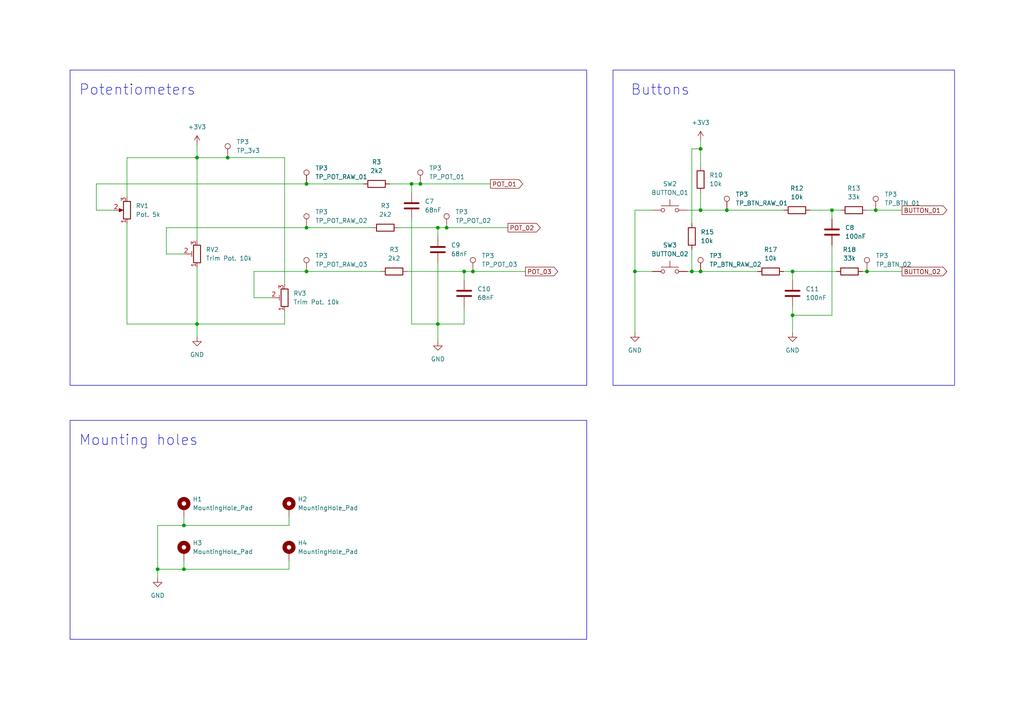
<source format=kicad_sch>
(kicad_sch (version 20230121) (generator eeschema)
  (paper "A4")
  (lib_symbols
    (symbol "Connector:TestPoint" (pin_numbers hide) (pin_names (offset 0.762) hide)
      (property "Reference" "TP" (at 0 6.858 0))
      (property "Value" "TestPoint" (at 0 5.08 0))
      (symbol "TestPoint_0_1"
        (circle (center 0 3.302) (radius 0.762))
      )
      (symbol "TestPoint_1_1"
        (pin passive line (at 0 0 90) (length 2.54) (name "1") (number "1"))
      )
    )
    (symbol "Device:C" (pin_numbers hide) (pin_names (offset 0.254))
      (property "Reference" "C" (at 0.635 2.54 0))
      (property "Value" "C" (at 0.635 -2.54 0))
      (symbol "C_0_1"
        (polyline (pts (xy -2.032 -0.762) (xy 2.032 -0.762)) (stroke (width 0.508)))
        (polyline (pts (xy -2.032 0.762) (xy 2.032 0.762)) (stroke (width 0.508)))
      )
      (symbol "C_1_1"
        (pin passive line (at 0 3.81 270) (length 2.794) (name "~") (number "1"))
        (pin passive line (at 0 -3.81 90) (length 2.794) (name "~") (number "2"))
      )
    )
    (symbol "Device:R" (pin_numbers hide) (pin_names (offset 0))
      (property "Reference" "R" (at 2.032 0 90))
      (property "Value" "R" (at 0 0 90))
      (symbol "R_0_1"
        (rectangle (start -1.016 -2.54) (end 1.016 2.54) (stroke (width 0.254)))
      )
      (symbol "R_1_1"
        (pin passive line (at 0 3.81 270) (length 1.27) (name "~") (number "1"))
        (pin passive line (at 0 -3.81 90) (length 1.27) (name "~") (number "2"))
      )
    )
    (symbol "Device:R_Potentiometer" (pin_names (offset 1.016) hide)
      (property "Reference" "RV" (at -4.445 0 90))
      (property "Value" "R_Potentiometer" (at -2.54 0 90))
      (symbol "R_Potentiometer_0_1"
        (polyline (pts (xy 2.54 0) (xy 1.524 0)))
        (polyline (pts (xy 1.143 0) (xy 2.286 0.508) (xy 2.286 -0.508) (xy 1.143 0)) (fill (type outline)))
        (rectangle (start 1.016 2.54) (end -1.016 -2.54) (stroke (width 0.254)))
      )
      (symbol "R_Potentiometer_1_1"
        (pin passive line (at 0 3.81 270) (length 1.27) (name "1") (number "1"))
        (pin passive line (at 3.81 0 180) (length 1.27) (name "2") (number "2"))
        (pin passive line (at 0 -3.81 90) (length 1.27) (name "3") (number "3"))
      )
    )
    (symbol "Device:R_Potentiometer_Trim" (pin_names (offset 1.016) hide)
      (property "Reference" "RV" (at -4.445 0 90))
      (property "Value" "R_Potentiometer_Trim" (at -2.54 0 90))
      (symbol "R_Potentiometer_Trim_0_1"
        (polyline (pts (xy 1.524 0.762) (xy 1.524 -0.762)))
        (polyline (pts (xy 2.54 0) (xy 1.524 0)))
        (rectangle (start 1.016 2.54) (end -1.016 -2.54) (stroke (width 0.254)))
      )
      (symbol "R_Potentiometer_Trim_1_1"
        (pin passive line (at 0 3.81 270) (length 1.27) (name "1") (number "1"))
        (pin passive line (at 3.81 0 180) (length 1.27) (name "2") (number "2"))
        (pin passive line (at 0 -3.81 90) (length 1.27) (name "3") (number "3"))
      )
    )
    (symbol "Mechanical:MountingHole_Pad" (pin_numbers hide) (pin_names (offset 1.016) hide)
      (property "Reference" "H" (at 0 6.35 0))
      (property "Value" "MountingHole_Pad" (at 0 4.445 0))
      (symbol "MountingHole_Pad_0_1"
        (circle (center 0 1.27) (radius 1.27) (stroke (width 1.27)))
      )
      (symbol "MountingHole_Pad_1_1"
        (pin input line (at 0 -2.54 90) (length 2.54) (name "1") (number "1"))
      )
    )
    (symbol "Switch:SW_Push" (pin_numbers hide) (pin_names (offset 1.016) hide)
      (property "Reference" "SW" (at 1.27 2.54 0))
      (property "Value" "SW_Push" (at 0 -1.524 0))
      (symbol "SW_Push_0_1"
        (circle (center -2.032 0) (radius 0.508))
        (polyline (pts (xy 0 1.27) (xy 0 3.048)))
        (polyline (pts (xy 2.54 1.27) (xy -2.54 1.27)))
        (circle (center 2.032 0) (radius 0.508))
        (pin passive line (at -5.08 0 0) (length 2.54) (name "1") (number "1"))
        (pin passive line (at 5.08 0 180) (length 2.54) (name "2") (number "2"))
      )
    )
    (symbol "power:+3V3" (power) (pin_names (offset 0))
      (property "Value" "+3V3" (at 0 3.556 0))
      (symbol "+3V3_0_1"
        (polyline (pts (xy -0.762 1.27) (xy 0 2.54)))
        (polyline (pts (xy 0 0) (xy 0 2.54)))
        (polyline (pts (xy 0 2.54) (xy 0.762 1.27)))
      )
      (symbol "+3V3_1_1"
        (pin power_in line (at 0 0 90) (length 0) hide (name "+3V3") (number "1"))
      )
    )
    (symbol "power:GND" (power) (pin_names (offset 0))
      (property "Value" "GND" (at 0 -3.81 0))
      (symbol "GND_0_1"
        (polyline (pts (xy 0 0) (xy 0 -1.27) (xy 1.27 -1.27) (xy 0 -2.54) (xy -1.27 -1.27) (xy 0 -1.27)))
      )
      (symbol "GND_1_1"
        (pin power_in line (at 0 0 270) (length 0) hide (name "GND") (number "1"))
      )
    )
  )
  (junction (at 127 93.98))
  (junction (at 203.2 43.18))
  (junction (at 53.34 165.1))
  (junction (at 241.3 60.96))
  (junction (at 45.72 165.1))
  (junction (at 121.92 53.34))
  (junction (at 53.34 152.4))
  (junction (at 229.87 78.74))
  (junction (at 184.15 78.74))
  (junction (at 119.38 53.34))
  (junction (at 203.2 60.96))
  (junction (at 57.15 45.72))
  (junction (at 88.9 66.04))
  (junction (at 88.9 53.34))
  (junction (at 88.9 78.74))
  (junction (at 203.2 78.74))
  (junction (at 127 66.04))
  (junction (at 129.54 66.04))
  (junction (at 254 60.96))
  (junction (at 251.46 78.74))
  (junction (at 210.82 60.96))
  (junction (at 66.04 45.72))
  (junction (at 137.16 78.74))
  (junction (at 57.15 93.98))
  (junction (at 229.87 91.44))
  (junction (at 200.66 78.74))
  (junction (at 134.62 78.74))
  (wire (pts (xy 134.62 93.98) (xy 134.62 88.9)))
  (wire (pts (xy 88.9 78.74) (xy 110.49 78.74)))
  (wire (pts (xy 134.62 78.74) (xy 137.16 78.74)))
  (wire (pts (xy 73.66 78.74) (xy 88.9 78.74)))
  (wire (pts (xy 53.34 73.66) (xy 48.26 73.66)))
  (wire (pts (xy 57.15 41.91) (xy 57.15 45.72)))
  (wire (pts (xy 127 76.2) (xy 127 93.98)))
  (wire (pts (xy 36.83 64.77) (xy 36.83 93.98)))
  (wire (pts (xy 241.3 60.96) (xy 243.84 60.96)))
  (wire (pts (xy 113.03 53.34) (xy 119.38 53.34)))
  (wire (pts (xy 27.94 53.34) (xy 88.9 53.34)))
  (wire (pts (xy 229.87 78.74) (xy 242.57 78.74)))
  (wire (pts (xy 203.2 40.64) (xy 203.2 43.18)))
  (wire (pts (xy 36.83 93.98) (xy 57.15 93.98)))
  (wire (pts (xy 83.82 152.4) (xy 53.34 152.4)))
  (wire (pts (xy 184.15 78.74) (xy 189.23 78.74)))
  (wire (pts (xy 53.34 165.1) (xy 83.82 165.1)))
  (wire (pts (xy 57.15 93.98) (xy 82.55 93.98)))
  (wire (pts (xy 229.87 78.74) (xy 229.87 81.28)))
  (wire (pts (xy 203.2 43.18) (xy 203.2 48.26)))
  (wire (pts (xy 36.83 45.72) (xy 57.15 45.72)))
  (wire (pts (xy 27.94 60.96) (xy 27.94 53.34)))
  (wire (pts (xy 254 60.96) (xy 261.62 60.96)))
  (wire (pts (xy 127 93.98) (xy 134.62 93.98)))
  (wire (pts (xy 200.66 43.18) (xy 200.66 64.77)))
  (wire (pts (xy 234.95 60.96) (xy 241.3 60.96)))
  (wire (pts (xy 184.15 60.96) (xy 189.23 60.96)))
  (wire (pts (xy 121.92 53.34) (xy 142.24 53.34)))
  (wire (pts (xy 127 93.98) (xy 127 99.06)))
  (wire (pts (xy 78.74 86.36) (xy 73.66 86.36)))
  (wire (pts (xy 66.04 45.72) (xy 82.55 45.72)))
  (wire (pts (xy 119.38 93.98) (xy 127 93.98)))
  (wire (pts (xy 200.66 72.39) (xy 200.66 78.74)))
  (wire (pts (xy 200.66 43.18) (xy 203.2 43.18)))
  (wire (pts (xy 184.15 78.74) (xy 184.15 60.96)))
  (wire (pts (xy 45.72 165.1) (xy 53.34 165.1)))
  (wire (pts (xy 83.82 149.86) (xy 83.82 152.4)))
  (wire (pts (xy 57.15 45.72) (xy 66.04 45.72)))
  (wire (pts (xy 88.9 66.04) (xy 107.95 66.04)))
  (wire (pts (xy 57.15 45.72) (xy 57.15 69.85)))
  (wire (pts (xy 203.2 78.74) (xy 219.71 78.74)))
  (wire (pts (xy 57.15 77.47) (xy 57.15 93.98)))
  (wire (pts (xy 203.2 60.96) (xy 210.82 60.96)))
  (wire (pts (xy 134.62 78.74) (xy 134.62 81.28)))
  (wire (pts (xy 48.26 73.66) (xy 48.26 66.04)))
  (wire (pts (xy 83.82 162.56) (xy 83.82 165.1)))
  (wire (pts (xy 73.66 86.36) (xy 73.66 78.74)))
  (wire (pts (xy 184.15 78.74) (xy 184.15 96.52)))
  (wire (pts (xy 82.55 90.17) (xy 82.55 93.98)))
  (wire (pts (xy 82.55 45.72) (xy 82.55 82.55)))
  (wire (pts (xy 36.83 45.72) (xy 36.83 57.15)))
  (wire (pts (xy 45.72 152.4) (xy 45.72 165.1)))
  (wire (pts (xy 210.82 60.96) (xy 227.33 60.96)))
  (wire (pts (xy 203.2 55.88) (xy 203.2 60.96)))
  (wire (pts (xy 127 66.04) (xy 127 68.58)))
  (wire (pts (xy 53.34 152.4) (xy 53.34 149.86)))
  (wire (pts (xy 251.46 78.74) (xy 261.62 78.74)))
  (wire (pts (xy 119.38 53.34) (xy 121.92 53.34)))
  (wire (pts (xy 53.34 165.1) (xy 53.34 162.56)))
  (wire (pts (xy 57.15 93.98) (xy 57.15 97.79)))
  (wire (pts (xy 251.46 60.96) (xy 254 60.96)))
  (wire (pts (xy 45.72 165.1) (xy 45.72 167.64)))
  (wire (pts (xy 118.11 78.74) (xy 134.62 78.74)))
  (wire (pts (xy 229.87 91.44) (xy 229.87 88.9)))
  (wire (pts (xy 241.3 91.44) (xy 241.3 71.12)))
  (wire (pts (xy 115.57 66.04) (xy 127 66.04)))
  (wire (pts (xy 129.54 66.04) (xy 147.32 66.04)))
  (wire (pts (xy 227.33 78.74) (xy 229.87 78.74)))
  (wire (pts (xy 127 66.04) (xy 129.54 66.04)))
  (wire (pts (xy 200.66 78.74) (xy 199.39 78.74)))
  (wire (pts (xy 119.38 53.34) (xy 119.38 55.88)))
  (wire (pts (xy 48.26 66.04) (xy 88.9 66.04)))
  (wire (pts (xy 203.2 60.96) (xy 199.39 60.96)))
  (wire (pts (xy 241.3 60.96) (xy 241.3 63.5)))
  (wire (pts (xy 53.34 152.4) (xy 45.72 152.4)))
  (wire (pts (xy 137.16 78.74) (xy 152.4 78.74)))
  (wire (pts (xy 33.02 60.96) (xy 27.94 60.96)))
  (wire (pts (xy 250.19 78.74) (xy 251.46 78.74)))
  (wire (pts (xy 200.66 78.74) (xy 203.2 78.74)))
  (wire (pts (xy 229.87 91.44) (xy 229.87 96.52)))
  (wire (pts (xy 119.38 63.5) (xy 119.38 93.98)))
  (wire (pts (xy 229.87 91.44) (xy 241.3 91.44)))
  (wire (pts (xy 88.9 53.34) (xy 105.41 53.34)))
  (rectangle (start 20.32 121.92) (end 170.18 185.42))
  (rectangle (start 20.32 20.32) (end 170.18 111.76))
  (rectangle (start 177.8 20.32) (end 276.86 111.76))
  (text "Mounting holes" (at 22.86 129.54 0) (effects (font (size 3 3)) (justify left bottom)))
  (text "Potentiometers" (at 22.86 27.94 0) (effects (font (size 3 3)) (justify left bottom)))
  (text "Buttons" (at 182.88 27.94 0) (effects (font (size 3 3)) (justify left bottom)))
  (global_label "POT_01" (shape output) (at 142.24 53.34 0) (property "Intersheetrefs" "${INTERSHEET_REFS}" (effects hide)))
  (global_label "POT_03" (shape output) (at 152.4 78.74 0) (property "Intersheetrefs" "${INTERSHEET_REFS}" (effects hide)))
  (global_label "BUTTON_01" (shape output) (at 261.62 60.96 0) (property "Intersheetrefs" "${INTERSHEET_REFS}" (effects hide)))
  (global_label "POT_02" (shape output) (at 147.32 66.04 0) (property "Intersheetrefs" "${INTERSHEET_REFS}" (effects hide)))
  (global_label "BUTTON_02" (shape output) (at 261.62 78.74 0) (property "Intersheetrefs" "${INTERSHEET_REFS}" (effects hide)))
  (symbol (lib_id "Device:R_Potentiometer_Trim") (at 57.15 73.66 180) (unit 1)
    (property "Reference" "RV2" (at 59.69 72.39 0) (effects (justify right)))
    (property "Value" "Trim Pot. 10k" (at 59.69 74.93 0) (effects (justify right)))
    (property "Footprint" "Potentiometer_THT:Potentiometer_Bourns_3296W_Vertical" (effects hide))
  )
  (symbol (lib_id "Device:R_Potentiometer") (at 36.83 60.96 180) (unit 1)
    (property "Reference" "RV1" (at 39.37 59.69 0) (effects (justify right)))
    (property "Value" "Pot. 5k" (at 39.37 62.23 0) (effects (justify right)))
    (property "Footprint" "Potentiometer_THT:Potentiometer_Alps_RK163_Dual_Horizontal" (effects hide))
  )
  (symbol (lib_id "Connector:TestPoint") (at 137.16 78.74 0) (unit 1)
    (property "Reference" "TP3" (at 139.7 74.168 0) (effects (justify left)))
    (property "Value" "TP_POT_03" (at 139.7 76.708 0) (effects (justify left)))
    (property "Footprint" "TestPoint:TestPoint_Pad_D2.5mm" (effects hide))
    (instances (project "ProstheticHandV2" (path "" (reference "TP3") (unit 1)) (path "" (reference "TP18") (unit 1))))
  )
  (symbol (lib_id "power:GND") (at 184.15 96.52 0) (unit 1)
    (property "Reference" "#PWR09" (effects hide))
    (property "Value" "GND" (at 184.15 101.6 0))
    (instances (project "ProstheticHandV2" (path "" (reference "#PWR09") (unit 1)) (path "" (reference "#PWR015") (unit 1))))
  )
  (symbol (lib_id "Device:C") (at 119.38 59.69 0) (unit 1)
    (property "Reference" "C7" (at 123.19 58.42 0) (effects (justify left)))
    (property "Value" "68nF" (at 123.19 60.96 0) (effects (justify left)))
    (property "Footprint" "Capacitor_THT:C_Disc_D3.8mm_W2.6mm_P2.50mm" (effects hide))
  )
  (symbol (lib_id "Device:C") (at 134.62 85.09 0) (unit 1)
    (property "Reference" "C10" (at 138.43 83.82 0) (effects (justify left)))
    (property "Value" "68nF" (at 138.43 86.36 0) (effects (justify left)))
    (property "Footprint" "Capacitor_THT:C_Disc_D3.8mm_W2.6mm_P2.50mm" (effects hide))
  )
  (symbol (lib_id "power:+3V3") (at 57.15 41.91 0) (unit 1)
    (property "Reference" "#PWR014" (effects hide))
    (property "Value" "+3V3" (at 57.15 36.83 0))
  )
  (symbol (lib_id "Device:R") (at 223.52 78.74 90) (unit 1)
    (property "Reference" "R17" (at 223.52 72.39 90))
    (property "Value" "10k" (at 223.52 74.93 90))
    (property "Footprint" "Resistor_THT:R_Axial_DIN0207_L6.3mm_D2.5mm_P7.62mm_Horizontal" (effects hide))
  )
  (symbol (lib_id "power:GND") (at 57.15 97.79 0) (unit 1)
    (property "Reference" "#PWR09" (effects hide))
    (property "Value" "GND" (at 57.15 102.87 0))
    (instances (project "ProstheticHandV2" (path "" (reference "#PWR09") (unit 1)) (path "" (reference "#PWR017") (unit 1))))
  )
  (symbol (lib_id "Connector:TestPoint") (at 251.46 78.74 0) (unit 1)
    (property "Reference" "TP3" (at 254 74.168 0) (effects (justify left)))
    (property "Value" "TP_BTN_02" (at 254 76.708 0) (effects (justify left)))
    (property "Footprint" "TestPoint:TestPoint_Pad_D2.5mm" (effects hide))
    (instances (project "ProstheticHandV2" (path "" (reference "TP3") (unit 1)) (path "" (reference "TP20") (unit 1))))
  )
  (symbol (lib_id "Device:R") (at 200.66 68.58 0) (unit 1)
    (property "Reference" "R15" (at 203.2 67.31 0) (effects (justify left)))
    (property "Value" "10k" (at 203.2 69.85 0) (effects (justify left)))
    (property "Footprint" "Resistor_THT:R_Axial_DIN0207_L6.3mm_D2.5mm_P7.62mm_Horizontal" (effects hide))
  )
  (symbol (lib_id "Connector:TestPoint") (at 88.9 53.34 0) (unit 1)
    (property "Reference" "TP3" (at 91.44 48.768 0) (effects (justify left)))
    (property "Value" "TP_POT_RAW_01" (at 91.44 51.308 0) (effects (justify left)))
    (property "Footprint" "TestPoint:TestPoint_Pad_D2.5mm" (effects hide))
    (instances (project "ProstheticHandV2" (path "" (reference "TP3") (unit 1)) (path "" (reference "TP11") (unit 1))))
  )
  (symbol (lib_id "Mechanical:MountingHole_Pad") (at 53.34 147.32 0) (unit 1)
    (property "Reference" "H1" (at 55.88 144.78 0) (effects (justify left)))
    (property "Value" "MountingHole_Pad" (at 55.88 147.32 0) (effects (justify left)))
    (property "Footprint" "MountingHole:MountingHole_3.2mm_M3_Pad" (effects hide))
  )
  (symbol (lib_id "Device:R_Potentiometer_Trim") (at 82.55 86.36 180) (unit 1)
    (property "Reference" "RV3" (at 85.09 85.09 0) (effects (justify right)))
    (property "Value" "Trim Pot. 10k" (at 85.09 87.63 0) (effects (justify right)))
    (property "Footprint" "Potentiometer_THT:Potentiometer_Bourns_3296W_Vertical" (effects hide))
  )
  (symbol (lib_id "power:GND") (at 45.72 167.64 0) (unit 1)
    (property "Reference" "#PWR028" (effects hide))
    (property "Value" "GND" (at 45.72 172.72 0))
  )
  (symbol (lib_id "power:+3V3") (at 203.2 40.64 0) (unit 1)
    (property "Reference" "#PWR013" (effects hide))
    (property "Value" "+3V3" (at 203.2 35.56 0))
  )
  (symbol (lib_id "Mechanical:MountingHole_Pad") (at 53.34 160.02 0) (unit 1)
    (property "Reference" "H3" (at 55.88 157.48 0) (effects (justify left)))
    (property "Value" "MountingHole_Pad" (at 55.88 160.02 0) (effects (justify left)))
    (property "Footprint" "MountingHole:MountingHole_3.2mm_M3_Pad" (effects hide))
  )
  (symbol (lib_id "Mechanical:MountingHole_Pad") (at 83.82 160.02 0) (unit 1)
    (property "Reference" "H4" (at 86.36 157.48 0) (effects (justify left)))
    (property "Value" "MountingHole_Pad" (at 86.36 160.02 0) (effects (justify left)))
    (property "Footprint" "MountingHole:MountingHole_3.2mm_M3_Pad" (effects hide))
  )
  (symbol (lib_id "Device:R") (at 111.76 66.04 90) (unit 1)
    (property "Reference" "R3" (at 111.76 59.69 90))
    (property "Value" "2k2" (at 111.76 62.23 90))
    (property "Footprint" "Resistor_THT:R_Axial_DIN0207_L6.3mm_D2.5mm_P7.62mm_Horizontal" (effects hide))
    (instances (project "ProstheticHandV2" (path "" (reference "R3") (unit 1)) (path "" (reference "R14") (unit 1))))
  )
  (symbol (lib_id "Device:R") (at 231.14 60.96 90) (unit 1)
    (property "Reference" "R12" (at 231.14 54.61 90))
    (property "Value" "10k" (at 231.14 57.15 90))
    (property "Footprint" "Resistor_THT:R_Axial_DIN0207_L6.3mm_D2.5mm_P7.62mm_Horizontal" (effects hide))
  )
  (symbol (lib_id "Switch:SW_Push") (at 194.31 78.74 0) (unit 1)
    (property "Reference" "SW3" (at 194.31 71.12 0))
    (property "Value" "BUTTON_02" (at 194.31 73.66 0))
    (property "Footprint" "Button_Switch_THT:SW_PUSH_6mm_H5mm" (effects hide))
  )
  (symbol (lib_id "Connector:TestPoint") (at 210.82 60.96 0) (unit 1)
    (property "Reference" "TP3" (at 213.36 56.388 0) (effects (justify left)))
    (property "Value" "TP_BTN_RAW_01" (at 213.36 58.928 0) (effects (justify left)))
    (property "Footprint" "TestPoint:TestPoint_Pad_D2.5mm" (effects hide))
    (instances (project "ProstheticHandV2" (path "" (reference "TP3") (unit 1)) (path "" (reference "TP13") (unit 1))))
  )
  (symbol (lib_id "Device:R") (at 247.65 60.96 90) (unit 1)
    (property "Reference" "R13" (at 247.65 54.61 90))
    (property "Value" "33k" (at 247.65 57.15 90))
    (property "Footprint" "Resistor_THT:R_Axial_DIN0207_L6.3mm_D2.5mm_P7.62mm_Horizontal" (effects hide))
  )
  (symbol (lib_id "Mechanical:MountingHole_Pad") (at 83.82 147.32 0) (unit 1)
    (property "Reference" "H2" (at 86.36 144.78 0) (effects (justify left)))
    (property "Value" "MountingHole_Pad" (at 86.36 147.32 0) (effects (justify left)))
    (property "Footprint" "MountingHole:MountingHole_3.2mm_M3_Pad" (effects hide))
  )
  (symbol (lib_id "power:GND") (at 127 99.06 0) (unit 1)
    (property "Reference" "#PWR09" (effects hide))
    (property "Value" "GND" (at 127 104.14 0))
    (instances (project "ProstheticHandV2" (path "" (reference "#PWR09") (unit 1)) (path "" (reference "#PWR018") (unit 1))))
  )
  (symbol (lib_id "Connector:TestPoint") (at 254 60.96 0) (unit 1)
    (property "Reference" "TP3" (at 256.54 56.388 0) (effects (justify left)))
    (property "Value" "TP_BTN_01" (at 256.54 58.928 0) (effects (justify left)))
    (property "Footprint" "TestPoint:TestPoint_Pad_D2.5mm" (effects hide))
    (instances (project "ProstheticHandV2" (path "" (reference "TP3") (unit 1)) (path "" (reference "TP14") (unit 1))))
  )
  (symbol (lib_id "Connector:TestPoint") (at 121.92 53.34 0) (unit 1)
    (property "Reference" "TP3" (at 124.46 48.768 0) (effects (justify left)))
    (property "Value" "TP_POT_01" (at 124.46 51.308 0) (effects (justify left)))
    (property "Footprint" "TestPoint:TestPoint_Pad_D2.5mm" (effects hide))
    (instances (project "ProstheticHandV2" (path "" (reference "TP3") (unit 1)) (path "" (reference "TP12") (unit 1))))
  )
  (symbol (lib_id "Connector:TestPoint") (at 203.2 78.74 0) (unit 1)
    (property "Reference" "TP3" (at 205.74 74.168 0) (effects (justify left)))
    (property "Value" "TP_BTN_RAW_02" (at 205.74 76.708 0) (effects (justify left)))
    (property "Footprint" "TestPoint:TestPoint_Pad_D2.5mm" (effects hide))
    (instances (project "ProstheticHandV2" (path "" (reference "TP3") (unit 1)) (path "" (reference "TP19") (unit 1))))
  )
  (symbol (lib_id "Device:R") (at 203.2 52.07 0) (unit 1)
    (property "Reference" "R10" (at 205.74 50.8 0) (effects (justify left)))
    (property "Value" "10k" (at 205.74 53.34 0) (effects (justify left)))
    (property "Footprint" "Resistor_THT:R_Axial_DIN0207_L6.3mm_D2.5mm_P7.62mm_Horizontal" (effects hide))
  )
  (symbol (lib_id "power:GND") (at 229.87 96.52 0) (unit 1)
    (property "Reference" "#PWR09" (effects hide))
    (property "Value" "GND" (at 229.87 101.6 0))
    (instances (project "ProstheticHandV2" (path "" (reference "#PWR09") (unit 1)) (path "" (reference "#PWR016") (unit 1))))
  )
  (symbol (lib_id "Device:R") (at 109.22 53.34 90) (unit 1)
    (property "Reference" "R3" (at 109.22 46.99 90))
    (property "Value" "2k2" (at 109.22 49.53 90))
    (property "Footprint" "Resistor_THT:R_Axial_DIN0207_L6.3mm_D2.5mm_P7.62mm_Horizontal" (effects hide))
    (instances (project "ProstheticHandV2" (path "" (reference "R3") (unit 1)) (path "" (reference "R11") (unit 1))))
  )
  (symbol (lib_id "Device:R") (at 114.3 78.74 90) (unit 1)
    (property "Reference" "R3" (at 114.3 72.39 90))
    (property "Value" "2k2" (at 114.3 74.93 90))
    (property "Footprint" "Resistor_THT:R_Axial_DIN0207_L6.3mm_D2.5mm_P7.62mm_Horizontal" (effects hide))
    (instances (project "ProstheticHandV2" (path "" (reference "R3") (unit 1)) (path "" (reference "R16") (unit 1))))
  )
  (symbol (lib_id "Device:C") (at 229.87 85.09 0) (unit 1)
    (property "Reference" "C11" (at 233.68 83.82 0) (effects (justify left)))
    (property "Value" "100nF" (at 233.68 86.36 0) (effects (justify left)))
    (property "Footprint" "Capacitor_THT:C_Disc_D3.8mm_W2.6mm_P2.50mm" (effects hide))
  )
  (symbol (lib_id "Connector:TestPoint") (at 88.9 78.74 0) (unit 1)
    (property "Reference" "TP3" (at 91.44 74.168 0) (effects (justify left)))
    (property "Value" "TP_POT_RAW_03" (at 91.44 76.708 0) (effects (justify left)))
    (property "Footprint" "TestPoint:TestPoint_Pad_D2.5mm" (effects hide))
    (instances (project "ProstheticHandV2" (path "" (reference "TP3") (unit 1)) (path "" (reference "TP17") (unit 1))))
  )
  (symbol (lib_id "Switch:SW_Push") (at 194.31 60.96 0) (unit 1)
    (property "Reference" "SW2" (at 194.31 53.34 0))
    (property "Value" "BUTTON_01" (at 194.31 55.88 0))
    (property "Footprint" "Button_Switch_THT:SW_PUSH_6mm_H5mm" (effects hide))
  )
  (symbol (lib_id "Device:R") (at 246.38 78.74 90) (unit 1)
    (property "Reference" "R18" (at 246.38 72.39 90))
    (property "Value" "33k" (at 246.38 74.93 90))
    (property "Footprint" "Resistor_THT:R_Axial_DIN0207_L6.3mm_D2.5mm_P7.62mm_Horizontal" (effects hide))
  )
  (symbol (lib_id "Device:C") (at 241.3 67.31 0) (unit 1)
    (property "Reference" "C8" (at 245.11 66.04 0) (effects (justify left)))
    (property "Value" "100nF" (at 245.11 68.58 0) (effects (justify left)))
    (property "Footprint" "Capacitor_THT:C_Disc_D3.8mm_W2.6mm_P2.50mm" (effects hide))
  )
  (symbol (lib_id "Connector:TestPoint") (at 88.9 66.04 0) (unit 1)
    (property "Reference" "TP3" (at 91.44 61.468 0) (effects (justify left)))
    (property "Value" "TP_POT_RAW_02" (at 91.44 64.008 0) (effects (justify left)))
    (property "Footprint" "TestPoint:TestPoint_Pad_D2.5mm" (effects hide))
    (instances (project "ProstheticHandV2" (path "" (reference "TP3") (unit 1)) (path "" (reference "TP15") (unit 1))))
  )
  (symbol (lib_id "Device:C") (at 127 72.39 0) (unit 1)
    (property "Reference" "C9" (at 130.81 71.12 0) (effects (justify left)))
    (property "Value" "68nF" (at 130.81 73.66 0) (effects (justify left)))
    (property "Footprint" "Capacitor_THT:C_Disc_D3.8mm_W2.6mm_P2.50mm" (effects hide))
  )
  (symbol (lib_id "Connector:TestPoint") (at 129.54 66.04 0) (unit 1)
    (property "Reference" "TP3" (at 132.08 61.468 0) (effects (justify left)))
    (property "Value" "TP_POT_02" (at 132.08 64.008 0) (effects (justify left)))
    (property "Footprint" "TestPoint:TestPoint_Pad_D2.5mm" (effects hide))
    (instances (project "ProstheticHandV2" (path "" (reference "TP3") (unit 1)) (path "" (reference "TP16") (unit 1))))
  )
  (symbol (lib_id "Connector:TestPoint") (at 66.04 45.72 0) (unit 1)
    (property "Reference" "TP3" (at 68.58 41.148 0) (effects (justify left)))
    (property "Value" "TP_3v3" (at 68.58 43.688 0) (effects (justify left)))
    (property "Footprint" "TestPoint:TestPoint_Pad_D2.5mm" (effects hide))
    (instances (project "ProstheticHandV2" (path "" (reference "TP3") (unit 1)) (path "" (reference "TP10") (unit 1))))
  )
)
</source>
